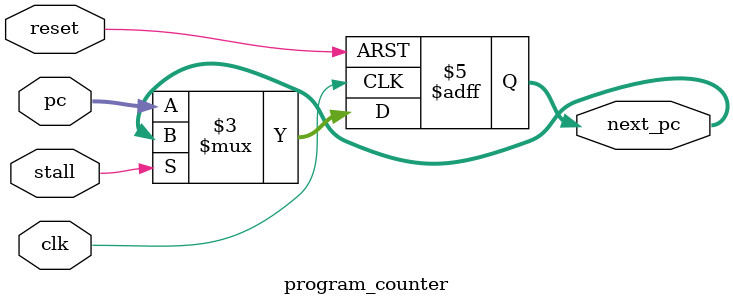
<source format=v>
`timescale 1ns / 1ps

module program_counter(
    input clk,
    input reset,
    input stall, ///////////////extra logic
    input [31:0]pc,
    output reg [31:0]next_pc
);
    always @(posedge clk or posedge reset) begin
        if (reset)
            next_pc<=32'b0;        
        else if(!stall) 
            next_pc<=pc;//pc is not directly incremented..as there might be branch and jump instructions
    end
endmodule
</source>
